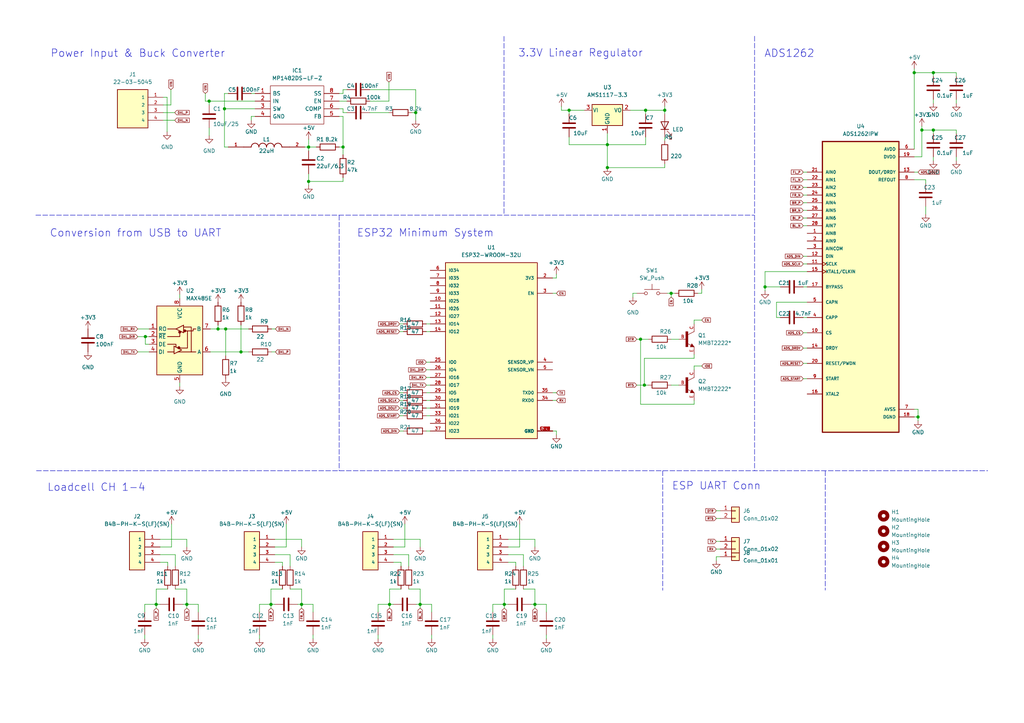
<source format=kicad_sch>
(kicad_sch (version 20211123) (generator eeschema)
  (paper "User" 340.004 240.005)
  (junction (at 201.6506 48.0314))
  (junction (at 48.26 111.76))
  (junction (at 102.4636 48.8188))
  (junction (at 129.3368 200.66))
  (junction (at 51.8668 200.66))
  (junction (at 309.88 43.18))
  (junction (at 72.39 109.22))
  (junction (at 214.3506 36.6014))
  (junction (at 138.0236 37.3888))
  (junction (at 222.8342 97.3836))
  (junction (at 309.88 24.13))
  (junction (at 74.5236 36.1188))
  (junction (at 306.07 43.18))
  (junction (at 254 95.25))
  (junction (at 69.4436 33.5788))
  (junction (at 102.4636 60.2488))
  (junction (at 212.6742 112.6236))
  (junction (at 220.7006 36.6014))
  (junction (at 304.8 138.43))
  (junction (at 177.5968 200.66))
  (junction (at 74.93 109.22))
  (junction (at 303.53 24.13))
  (junction (at 89.9668 200.66))
  (junction (at 188.9506 36.6014))
  (junction (at 167.4368 200.66))
  (junction (at 201.6506 55.6514))
  (junction (at 100.1268 200.66))
  (junction (at 213.9442 127.8636))
  (junction (at 113.8936 48.8188))
  (junction (at 139.4968 200.66))
  (junction (at 62.0268 200.66))
  (junction (at 80.01 116.84))
  (wire (pts (xy 130.6068 179.07) (xy 139.4968 179.07)))
  (wire (pts (xy 132.6642 107.5436) (xy 133.9342 107.5436)))
  (wire (pts (xy 230.4542 132.9436) (xy 230.4542 134.2136)))
  (wire (pts (xy 96.3168 195.58) (xy 100.1268 195.58)))
  (polyline (pts (xy 273.9898 156.337) (xy 273.9898 195.9356)))
  (wire (pts (xy 183.4642 92.3036) (xy 184.7342 92.3036)))
  (wire (pts (xy 138.0236 29.7688) (xy 138.0236 37.3888)))
  (wire (pts (xy 102.4636 48.8188) (xy 105.0036 48.8188)))
  (wire (pts (xy 53.1368 181.61) (xy 56.9468 181.61)))
  (wire (pts (xy 266.7 57.15) (xy 267.97 57.15)))
  (wire (pts (xy 259.08 105.41) (xy 257.81 105.41)))
  (wire (pts (xy 74.5236 31.0388) (xy 75.7936 31.0388)))
  (wire (pts (xy 211.4042 127.8636) (xy 213.9442 127.8636)))
  (wire (pts (xy 48.0568 203.2) (xy 48.0568 200.66)))
  (wire (pts (xy 303.53 59.69) (xy 307.34 59.69)))
  (wire (pts (xy 86.1568 210.82) (xy 86.1568 212.09)))
  (wire (pts (xy 56.9468 173.99) (xy 56.9468 181.61)))
  (wire (pts (xy 188.9506 45.4914) (xy 188.9506 48.0314)))
  (wire (pts (xy 89.9668 195.58) (xy 89.9668 200.66)))
  (wire (pts (xy 72.39 109.22) (xy 74.93 109.22)))
  (wire (pts (xy 303.53 138.43) (xy 304.8 138.43)))
  (wire (pts (xy 112.6236 48.8188) (xy 113.8936 48.8188)))
  (wire (pts (xy 141.5542 132.9436) (xy 142.8242 132.9436)))
  (wire (pts (xy 122.7836 33.5788) (xy 129.1336 33.5788)))
  (wire (pts (xy 74.93 109.22) (xy 74.93 118.11)))
  (wire (pts (xy 141.5542 127.8636) (xy 142.8242 127.8636)))
  (wire (pts (xy 141.5542 138.0236) (xy 142.8242 138.0236)))
  (wire (pts (xy 103.9368 210.82) (xy 103.9368 212.09)))
  (wire (pts (xy 267.97 90.17) (xy 254 90.17)))
  (wire (pts (xy 141.5542 130.4036) (xy 142.8242 130.4036)))
  (wire (pts (xy 220.7006 54.3814) (xy 220.7006 55.6514)))
  (wire (pts (xy 55.6768 186.69) (xy 55.6768 187.96)))
  (wire (pts (xy 257.81 105.41) (xy 257.81 100.33)))
  (wire (pts (xy 136.7536 37.3888) (xy 138.0236 37.3888)))
  (wire (pts (xy 141.5542 143.1036) (xy 142.8242 143.1036)))
  (wire (pts (xy 139.4968 195.58) (xy 139.4968 200.66)))
  (wire (pts (xy 89.9668 200.66) (xy 89.9668 201.93)))
  (wire (pts (xy 230.4542 121.5136) (xy 232.9942 121.5136)))
  (wire (pts (xy 80.01 107.95) (xy 80.01 116.84)))
  (wire (pts (xy 214.3506 45.4914) (xy 214.3506 48.0314)))
  (wire (pts (xy 266.7 115.57) (xy 267.97 115.57)))
  (wire (pts (xy 317.5 52.07) (xy 317.5 53.34)))
  (wire (pts (xy 230.4542 122.7836) (xy 230.4542 121.5136)))
  (wire (pts (xy 83.4136 31.0388) (xy 84.6836 31.0388)))
  (wire (pts (xy 51.8668 200.66) (xy 53.1368 200.66)))
  (wire (pts (xy 102.4636 60.2488) (xy 113.8936 60.2488)))
  (wire (pts (xy 54.2036 39.9288) (xy 58.0136 39.9288)))
  (wire (pts (xy 266.7 105.41) (xy 267.97 105.41)))
  (wire (pts (xy 45.72 116.84) (xy 49.53 116.84)))
  (wire (pts (xy 55.4736 32.3088) (xy 55.4736 43.7388)))
  (wire (pts (xy 237.8202 184.8358) (xy 239.0902 184.8358)))
  (wire (pts (xy 113.8936 37.3888) (xy 115.1636 37.3888)))
  (wire (pts (xy 167.4368 200.66) (xy 168.7068 200.66)))
  (wire (pts (xy 309.88 43.18) (xy 309.88 44.45)))
  (wire (pts (xy 133.1468 195.58) (xy 129.3368 195.58)))
  (wire (pts (xy 129.3368 200.66) (xy 130.6068 200.66)))
  (wire (pts (xy 84.6836 33.5788) (xy 69.4436 33.5788)))
  (wire (pts (xy 89.9668 200.66) (xy 91.2368 200.66)))
  (wire (pts (xy 132.6642 138.0236) (xy 133.9342 138.0236)))
  (wire (pts (xy 221.5642 97.3836) (xy 222.8342 97.3836)))
  (wire (pts (xy 139.4968 179.07) (xy 139.4968 181.61)))
  (wire (pts (xy 62.0268 195.58) (xy 62.0268 200.66)))
  (wire (pts (xy 91.2368 179.07) (xy 100.1268 179.07)))
  (wire (pts (xy 188.9506 36.6014) (xy 188.9506 37.8714)))
  (wire (pts (xy 122.7836 29.7688) (xy 138.0236 29.7688)))
  (wire (pts (xy 168.7068 184.15) (xy 173.7868 184.15)))
  (wire (pts (xy 171.2468 195.58) (xy 167.4368 195.58)))
  (wire (pts (xy 184.7342 92.3036) (xy 184.7342 91.0336)))
  (wire (pts (xy 184.7342 143.1036) (xy 184.7342 144.3736)))
  (wire (pts (xy 222.8342 127.8636) (xy 225.3742 127.8636)))
  (polyline (pts (xy 12.0904 156.2862) (xy 327.9394 156.2862)))
  (wire (pts (xy 194.0306 36.6014) (xy 188.9506 36.6014)))
  (wire (pts (xy 62.0268 179.07) (xy 62.0268 181.61)))
  (wire (pts (xy 306.07 41.91) (xy 306.07 43.18)))
  (wire (pts (xy 58.2168 195.58) (xy 62.0268 195.58)))
  (wire (pts (xy 304.8 135.89) (xy 304.8 138.43)))
  (wire (pts (xy 129.3368 195.58) (xy 129.3368 200.66)))
  (wire (pts (xy 266.7 120.65) (xy 267.97 120.65)))
  (wire (pts (xy 49.53 114.3) (xy 48.26 114.3)))
  (wire (pts (xy 309.88 52.07) (xy 309.88 53.34)))
  (wire (pts (xy 91.2368 181.61) (xy 95.0468 181.61)))
  (wire (pts (xy 91.2368 184.15) (xy 96.3168 184.15)))
  (wire (pts (xy 220.7006 45.4914) (xy 220.7006 46.7614)))
  (wire (pts (xy 222.8342 112.6236) (xy 225.3742 112.6236)))
  (polyline (pts (xy 167.3352 12.065) (xy 167.3352 71.4248)))
  (wire (pts (xy 186.4106 36.6014) (xy 188.9506 36.6014)))
  (wire (pts (xy 309.88 43.18) (xy 317.5 43.18)))
  (wire (pts (xy 222.8342 97.3836) (xy 224.1042 97.3836)))
  (wire (pts (xy 93.7768 186.69) (xy 93.7768 187.96)))
  (wire (pts (xy 129.3368 200.66) (xy 129.3368 201.93)))
  (wire (pts (xy 211.4042 112.6236) (xy 212.6742 112.6236)))
  (wire (pts (xy 266.7 59.69) (xy 267.97 59.69)))
  (wire (pts (xy 214.3506 36.6014) (xy 209.2706 36.6014)))
  (wire (pts (xy 306.07 43.18) (xy 309.88 43.18)))
  (wire (pts (xy 53.1368 179.07) (xy 62.0268 179.07)))
  (wire (pts (xy 100.1268 200.66) (xy 103.9368 200.66)))
  (wire (pts (xy 167.4368 195.58) (xy 167.4368 200.66)))
  (wire (pts (xy 188.9506 48.0314) (xy 201.6506 48.0314)))
  (wire (pts (xy 181.4068 210.82) (xy 181.4068 212.09)))
  (wire (pts (xy 257.81 100.33) (xy 267.97 100.33)))
  (wire (pts (xy 309.88 33.02) (xy 309.88 34.29)))
  (wire (pts (xy 138.0236 37.3888) (xy 138.0236 39.9288)))
  (wire (pts (xy 135.6868 195.58) (xy 139.4968 195.58)))
  (wire (pts (xy 266.7 87.63) (xy 267.97 87.63)))
  (wire (pts (xy 102.4636 57.7088) (xy 102.4636 60.2488)))
  (wire (pts (xy 183.4642 130.4036) (xy 184.7342 130.4036)))
  (wire (pts (xy 62.0268 200.66) (xy 62.0268 201.93)))
  (wire (pts (xy 141.5542 107.5436) (xy 142.8242 107.5436)))
  (wire (pts (xy 168.7068 186.69) (xy 171.2468 186.69)))
  (wire (pts (xy 303.53 24.13) (xy 309.88 24.13)))
  (polyline (pts (xy 11.8872 71.4248) (xy 250.4186 71.4248)))
  (wire (pts (xy 266.7 85.09) (xy 267.97 85.09)))
  (wire (pts (xy 125.5268 200.66) (xy 129.3368 200.66)))
  (polyline (pts (xy 220.0402 156.3116) (xy 220.0402 195.9864)))
  (wire (pts (xy 220.7006 55.6514) (xy 201.6506 55.6514)))
  (wire (pts (xy 112.6236 31.0388) (xy 113.8936 31.0388)))
  (wire (pts (xy 173.7868 195.58) (xy 177.5968 195.58)))
  (wire (pts (xy 309.88 24.13) (xy 309.88 25.4)))
  (wire (pts (xy 303.53 49.53) (xy 303.53 24.13)))
  (wire (pts (xy 266.7 64.77) (xy 267.97 64.77)))
  (wire (pts (xy 48.0568 200.66) (xy 51.8668 200.66)))
  (wire (pts (xy 309.88 24.13) (xy 317.5 24.13)))
  (wire (pts (xy 130.6068 181.61) (xy 134.4168 181.61)))
  (wire (pts (xy 139.4968 200.66) (xy 143.3068 200.66)))
  (wire (pts (xy 113.8936 29.7688) (xy 115.1636 29.7688)))
  (wire (pts (xy 213.9442 118.9736) (xy 213.9442 127.8636)))
  (wire (pts (xy 172.5168 173.99) (xy 172.5168 181.61)))
  (wire (pts (xy 266.7 72.39) (xy 267.97 72.39)))
  (wire (pts (xy 129.1336 27.2288) (xy 129.1336 33.5788)))
  (wire (pts (xy 65.8368 200.66) (xy 65.8368 203.2)))
  (wire (pts (xy 213.9442 127.8636) (xy 215.2142 127.8636)))
  (wire (pts (xy 266.7 62.23) (xy 267.97 62.23)))
  (wire (pts (xy 237.8202 182.2958) (xy 239.0902 182.2958)))
  (wire (pts (xy 74.5236 36.1188) (xy 84.6836 36.1188)))
  (wire (pts (xy 72.39 107.95) (xy 72.39 109.22)))
  (wire (pts (xy 80.01 116.84) (xy 82.55 116.84)))
  (wire (pts (xy 177.5968 200.66) (xy 177.5968 201.93)))
  (wire (pts (xy 101.1936 48.8188) (xy 102.4636 48.8188)))
  (wire (pts (xy 210.1342 98.6536) (xy 210.1342 97.3836)))
  (wire (pts (xy 303.53 22.86) (xy 303.53 24.13)))
  (wire (pts (xy 230.4542 106.2736) (xy 232.9942 106.2736)))
  (wire (pts (xy 259.08 95.25) (xy 254 95.25)))
  (wire (pts (xy 220.7006 35.3314) (xy 220.7006 36.6014)))
  (wire (pts (xy 304.8 138.43) (xy 304.8 139.7)))
  (wire (pts (xy 237.8202 169.5958) (xy 239.0902 169.5958)))
  (wire (pts (xy 48.26 111.76) (xy 49.53 111.76)))
  (wire (pts (xy 113.8936 36.1188) (xy 113.8936 37.3888)))
  (wire (pts (xy 177.5968 195.58) (xy 177.5968 200.66)))
  (wire (pts (xy 139.4968 200.66) (xy 139.4968 201.93)))
  (wire (pts (xy 74.5236 48.8188) (xy 75.7936 48.8188)))
  (wire (pts (xy 183.4642 97.3836) (xy 184.7342 97.3836)))
  (wire (pts (xy 100.1268 179.07) (xy 100.1268 181.61)))
  (wire (pts (xy 232.9942 97.3836) (xy 232.9942 96.1136)))
  (wire (pts (xy 98.8568 200.66) (xy 100.1268 200.66)))
  (wire (pts (xy 65.8368 210.82) (xy 65.8368 212.09)))
  (wire (pts (xy 60.7568 200.66) (xy 62.0268 200.66)))
  (wire (pts (xy 173.7868 184.15) (xy 173.7868 187.96)))
  (wire (pts (xy 183.4642 143.1036) (xy 184.7342 143.1036)))
  (wire (pts (xy 68.1736 33.5788) (xy 69.4436 33.5788)))
  (wire (pts (xy 95.0468 173.99) (xy 95.0468 181.61)))
  (wire (pts (xy 231.7242 97.3836) (xy 232.9942 97.3836)))
  (wire (pts (xy 125.5268 210.82) (xy 125.5268 212.09)))
  (wire (pts (xy 186.4106 35.3314) (xy 186.4106 36.6014)))
  (wire (pts (xy 237.8202 186.1058) (xy 237.8202 184.8358)))
  (wire (pts (xy 143.3068 200.66) (xy 143.3068 203.2)))
  (wire (pts (xy 54.2036 34.8488) (xy 56.7436 34.8488)))
  (wire (pts (xy 266.7 67.31) (xy 267.97 67.31)))
  (wire (pts (xy 102.4636 46.2788) (xy 102.4636 48.8188)))
  (wire (pts (xy 214.3506 48.0314) (xy 201.6506 48.0314)))
  (wire (pts (xy 303.53 52.07) (xy 306.07 52.07)))
  (wire (pts (xy 306.07 52.07) (xy 306.07 43.18)))
  (wire (pts (xy 214.3506 37.8714) (xy 214.3506 36.6014)))
  (wire (pts (xy 112.6236 38.6588) (xy 113.8936 38.6588)))
  (wire (pts (xy 45.72 111.76) (xy 48.26 111.76)))
  (wire (pts (xy 237.8202 172.1358) (xy 239.0902 172.1358)))
  (wire (pts (xy 48.0568 210.82) (xy 48.0568 212.09)))
  (wire (pts (xy 317.5 25.4) (xy 317.5 24.13)))
  (wire (pts (xy 96.3168 184.15) (xy 96.3168 187.96)))
  (wire (pts (xy 53.1368 186.69) (xy 55.6768 186.69)))
  (wire (pts (xy 214.3506 36.6014) (xy 220.7006 36.6014)))
  (wire (pts (xy 230.4542 118.9736) (xy 230.4542 117.7036)))
  (wire (pts (xy 317.5 43.18) (xy 317.5 44.45)))
  (wire (pts (xy 53.1368 184.15) (xy 58.2168 184.15)))
  (wire (pts (xy 138.2268 200.66) (xy 139.4968 200.66)))
  (wire (pts (xy 48.26 114.3) (xy 48.26 111.76)))
  (polyline (pts (xy 250.5202 12.0142) (xy 250.5202 156.2354)))
  (wire (pts (xy 177.5968 200.66) (xy 181.4068 200.66)))
  (wire (pts (xy 141.5542 122.7836) (xy 142.8242 122.7836)))
  (wire (pts (xy 183.4642 132.9436) (xy 184.7342 132.9436)))
  (wire (pts (xy 90.17 116.84) (xy 91.44 116.84)))
  (wire (pts (xy 317.5 33.02) (xy 317.5 34.29)))
  (wire (pts (xy 59.69 127) (xy 59.69 128.27)))
  (wire (pts (xy 83.4136 38.6588) (xy 84.6836 38.6588)))
  (wire (pts (xy 55.6768 195.58) (xy 51.8668 195.58)))
  (wire (pts (xy 54.2036 32.3088) (xy 55.4736 32.3088)))
  (wire (pts (xy 212.6742 134.2136) (xy 212.6742 112.6236)))
  (wire (pts (xy 167.4368 200.66) (xy 167.4368 201.93)))
  (wire (pts (xy 266.7 69.85) (xy 267.97 69.85)))
  (wire (pts (xy 125.5268 203.2) (xy 125.5268 200.66)))
  (wire (pts (xy 303.53 135.89) (xy 304.8 135.89)))
  (wire (pts (xy 132.6642 132.9436) (xy 133.9342 132.9436)))
  (wire (pts (xy 163.6268 200.66) (xy 167.4368 200.66)))
  (wire (pts (xy 74.5236 48.8188) (xy 74.5236 36.1188)))
  (wire (pts (xy 69.4436 42.4688) (xy 69.4436 45.0088)))
  (wire (pts (xy 222.8342 97.3836) (xy 222.8342 98.6536)))
  (wire (pts (xy 69.85 109.22) (xy 72.39 109.22)))
  (wire (pts (xy 141.5542 135.4836) (xy 142.8242 135.4836)))
  (wire (pts (xy 113.8936 48.8188) (xy 113.8936 51.3588)))
  (wire (pts (xy 45.72 109.22) (xy 49.53 109.22)))
  (wire (pts (xy 122.7836 37.3888) (xy 129.1336 37.3888)))
  (wire (pts (xy 132.6642 130.4036) (xy 133.9342 130.4036)))
  (wire (pts (xy 220.7006 36.6014) (xy 220.7006 37.8714)))
  (wire (pts (xy 83.4136 39.9288) (xy 83.4136 38.6588)))
  (wire (pts (xy 210.1342 97.3836) (xy 211.4042 97.3836)))
  (wire (pts (xy 230.4542 107.5436) (xy 230.4542 106.2736)))
  (wire (pts (xy 141.5542 125.3236) (xy 142.8242 125.3236)))
  (wire (pts (xy 171.2468 186.69) (xy 171.2468 187.96)))
  (wire (pts (xy 130.6068 184.15) (xy 135.6868 184.15)))
  (wire (pts (xy 254 95.25) (xy 254 96.52)))
  (wire (pts (xy 307.34 59.69) (xy 307.34 60.96)))
  (wire (pts (xy 201.6506 48.0314) (xy 201.6506 55.6514)))
  (wire (pts (xy 113.8936 38.6588) (xy 113.8936 48.8188)))
  (wire (pts (xy 307.34 68.58) (xy 307.34 71.12)))
  (wire (pts (xy 230.4542 118.9736) (xy 213.9442 118.9736)))
  (wire (pts (xy 141.5542 120.2436) (xy 142.8242 120.2436)))
  (wire (pts (xy 112.6236 33.5788) (xy 115.1636 33.5788)))
  (wire (pts (xy 102.4636 60.2488) (xy 102.4636 61.5188)))
  (wire (pts (xy 102.4636 50.0888) (xy 102.4636 48.8188)))
  (wire (pts (xy 163.6268 203.2) (xy 163.6268 200.66)))
  (wire (pts (xy 266.7 125.73) (xy 267.97 125.73)))
  (wire (pts (xy 58.2168 184.15) (xy 58.2168 187.96)))
  (wire (pts (xy 134.4168 173.99) (xy 134.4168 181.61)))
  (wire (pts (xy 254 90.17) (xy 254 95.25)))
  (wire (pts (xy 132.6642 135.4836) (xy 133.9342 135.4836)))
  (wire (pts (xy 130.6068 186.69) (xy 133.1468 186.69)))
  (wire (pts (xy 69.85 116.84) (xy 80.01 116.84)))
  (wire (pts (xy 266.7 110.49) (xy 267.97 110.49)))
  (wire (pts (xy 212.6742 112.6236) (xy 215.2142 112.6236)))
  (wire (pts (xy 100.1268 195.58) (xy 100.1268 200.66)))
  (wire (pts (xy 74.5236 36.1188) (xy 74.5236 31.0388)))
  (wire (pts (xy 181.4068 200.66) (xy 181.4068 203.2)))
  (wire (pts (xy 176.3268 200.66) (xy 177.5968 200.66)))
  (wire (pts (xy 132.6642 110.0836) (xy 133.9342 110.0836)))
  (wire (pts (xy 86.1568 203.2) (xy 86.1568 200.66)))
  (wire (pts (xy 103.9368 200.66) (xy 103.9368 203.2)))
  (wire (pts (xy 177.5968 179.07) (xy 177.5968 181.61)))
  (wire (pts (xy 143.3068 210.82) (xy 143.3068 212.09)))
  (wire (pts (xy 51.8668 200.66) (xy 51.8668 201.93)))
  (wire (pts (xy 69.4436 33.5788) (xy 69.4436 34.8488)))
  (wire (pts (xy 266.7 74.93) (xy 267.97 74.93)))
  (wire (pts (xy 113.8936 31.0388) (xy 113.8936 29.7688)))
  (wire (pts (xy 59.69 97.79) (xy 59.69 99.06)))
  (wire (pts (xy 90.17 109.22) (xy 91.44 109.22)))
  (wire (pts (xy 86.1568 200.66) (xy 89.9668 200.66)))
  (wire (pts (xy 212.6742 134.2136) (xy 230.4542 134.2136)))
  (wire (pts (xy 266.7 95.25) (xy 267.97 95.25)))
  (wire (pts (xy 93.7768 195.58) (xy 89.9668 195.58)))
  (wire (pts (xy 113.8936 58.9788) (xy 113.8936 60.2488)))
  (polyline (pts (xy 112.5982 71.4502) (xy 112.5982 156.2862)))
  (wire (pts (xy 54.2036 37.3888) (xy 58.0136 37.3888)))
  (wire (pts (xy 237.8202 179.7558) (xy 239.0902 179.7558)))
  (wire (pts (xy 133.1468 186.69) (xy 133.1468 187.96)))
  (wire (pts (xy 74.93 109.22) (xy 82.55 109.22)))
  (wire (pts (xy 51.8668 195.58) (xy 51.8668 200.66)))
  (wire (pts (xy 303.53 57.15) (xy 304.8 57.15)))
  (wire (pts (xy 132.6642 143.1036) (xy 133.9342 143.1036)))
  (wire (pts (xy 62.0268 200.66) (xy 65.8368 200.66)))
  (wire (pts (xy 141.5542 110.0836) (xy 142.8242 110.0836)))
  (wire (pts (xy 168.7068 181.61) (xy 172.5168 181.61)))
  (wire (pts (xy 68.1736 31.0388) (xy 68.1736 33.5788)))
  (wire (pts (xy 201.6506 44.2214) (xy 201.6506 48.0314)))
  (wire (pts (xy 91.2368 186.69) (xy 93.7768 186.69)))
  (wire (pts (xy 135.6868 184.15) (xy 135.6868 187.96)))
  (wire (pts (xy 56.7436 34.8488) (xy 56.7436 29.7688)))
  (wire (pts (xy 163.6268 210.82) (xy 163.6268 212.09)))
  (wire (pts (xy 112.6236 36.1188) (xy 113.8936 36.1188)))
  (wire (pts (xy 100.1268 200.66) (xy 100.1268 201.93)))
  (wire (pts (xy 168.7068 179.07) (xy 177.5968 179.07)))
  (text "3.3V Linear Regulator" (at 172.0088 19.177 0) (effects (font (size 2.5 2.5)) (justify left bottom)))
  (text "Loadcell CH 1-4" (at 15.6718 163.3982 0) (effects (font (size 2.5 2.5)) (justify left bottom)))
  (text "Power Input & Buck Converter" (at 16.7386 19.304 0) (effects (font (size 2.5 2.5)) (justify left bottom)))
  (text "ESP32 Minimum System" (at 118.4656 78.9432 0) (effects (font (size 2.5 2.5)) (justify left bottom)))
  (text "Conversion from USB to UART" (at 16.4846 78.9686 0) (effects (font (size 2.5 2.5)) (justify left bottom)))
  (text "ADS1262" (at 253.7206 19.3294 0) (effects (font (size 2.5 2.5)) (justify left bottom)))
  (text "ESP UART Conn" (at 223.0628 162.9156 0) (effects (font (size 2.5 2.5)) (justify left bottom)))
  (global_label "FR_P" (shape input) (at 266.7 62.23 180) (effects (font (size 0.75 0.75))) (property "Intersheet References" "${INTERSHEET_REFS}" (effects hide)))
  (global_label "VIN" (shape input) (at 129.1336 27.2288 90) (effects (font (size 0.75 0.75))) (property "Intersheet References" "${INTERSHEET_REFS}" (effects hide)))
  (global_label "RTS" (shape input) (at 237.8202 172.1358 180) (effects (font (size 0.75 0.75))) (property "Intersheet References" "${INTERSHEET_REFS}" (effects hide)))
  (global_label "BL_P" (shape input) (at 266.7 72.39 180) (effects (font (size 0.75 0.75))) (property "Intersheet References" "${INTERSHEET_REFS}" (effects hide)))
  (global_label "ADS_CS" (shape input) (at 266.7 110.49 180) (effects (font (size 0.75 0.75))) (property "Intersheet References" "${INTERSHEET_REFS}" (effects hide)))
  (global_label "DXL_TX" (shape input) (at 141.5542 127.8636 180) (effects (font (size 0.75 0.75))) (property "Intersheet References" "${INTERSHEET_REFS}" (effects hide)))
  (global_label "ADS_START" (shape input) (at 266.7 125.73 180) (effects (font (size 0.75 0.75))) (property "Intersheet References" "${INTERSHEET_REFS}" (effects hide)))
  (global_label "ADS_CS" (shape input) (at 132.6642 130.4036 180) (effects (font (size 0.75 0.75))) (property "Intersheet References" "${INTERSHEET_REFS}" (effects hide)))
  (global_label "FL_P" (shape input) (at 266.7 57.15 180) (effects (font (size 0.75 0.75))) (property "Intersheet References" "${INTERSHEET_REFS}" (effects hide)))
  (global_label "DXL_RX" (shape input) (at 141.5542 125.3236 180) (effects (font (size 0.75 0.75))) (property "Intersheet References" "${INTERSHEET_REFS}" (effects hide)))
  (global_label "FL_N" (shape input) (at 266.7 59.69 180) (effects (font (size 0.75 0.75))) (property "Intersheet References" "${INTERSHEET_REFS}" (effects hide)))
  (global_label "BL_N" (shape input) (at 139.4968 201.93 270) (effects (font (size 0.75 0.75))) (property "Intersheet References" "${INTERSHEET_REFS}" (effects hide)))
  (global_label "VIN" (shape input) (at 56.7436 29.7688 90) (effects (font (size 0.75 0.75))) (property "Intersheet References" "${INTERSHEET_REFS}" (effects hide)))
  (global_label "DXL_DIR" (shape input) (at 141.5542 122.7836 180) (effects (font (size 0.75 0.75))) (property "Intersheet References" "${INTERSHEET_REFS}" (effects hide)))
  (global_label "TX" (shape input) (at 184.7342 130.4036 0) (effects (font (size 0.75 0.75))) (property "Intersheet References" "${INTERSHEET_REFS}" (effects hide)))
  (global_label "BR_P" (shape input) (at 167.4368 201.93 270) (effects (font (size 0.75 0.75))) (property "Intersheet References" "${INTERSHEET_REFS}" (effects hide)))
  (global_label "ADS_SCLK" (shape input) (at 132.6642 132.9436 180) (effects (font (size 0.75 0.75))) (property "Intersheet References" "${INTERSHEET_REFS}" (effects hide)))
  (global_label "ADS_SCLK" (shape input) (at 266.7 87.63 180) (effects (font (size 0.75 0.75))) (property "Intersheet References" "${INTERSHEET_REFS}" (effects hide)))
  (global_label "DXL_N" (shape input) (at 91.44 109.22 0) (effects (font (size 0.75 0.75))) (property "Intersheet References" "${INTERSHEET_REFS}" (effects hide)))
  (global_label "DXL_P" (shape input) (at 91.44 116.84 0) (effects (font (size 0.75 0.75))) (property "Intersheet References" "${INTERSHEET_REFS}" (effects hide)))
  (global_label "EN" (shape input) (at 184.7342 97.3836 0) (effects (font (size 0.75 0.75))) (property "Intersheet References" "${INTERSHEET_REFS}" (effects hide)))
  (global_label "DTR" (shape input) (at 237.8202 169.5958 180) (effects (font (size 0.75 0.75))) (property "Intersheet References" "${INTERSHEET_REFS}" (effects hide)))
  (global_label "BL_N" (shape input) (at 266.7 74.93 180) (effects (font (size 0.75 0.75))) (property "Intersheet References" "${INTERSHEET_REFS}" (effects hide)))
  (global_label "DXL_TX" (shape input) (at 45.72 116.84 180) (effects (font (size 0.75 0.75))) (property "Intersheet References" "${INTERSHEET_REFS}" (effects hide)))
  (global_label "DXL_P" (shape input) (at 58.0136 37.3888 0) (effects (font (size 0.75 0.75))) (property "Intersheet References" "${INTERSHEET_REFS}" (effects hide)))
  (global_label "ADS_DRDY" (shape input) (at 132.6642 107.5436 180) (effects (font (size 0.75 0.75))) (property "Intersheet References" "${INTERSHEET_REFS}" (effects hide)))
  (global_label "FR_N" (shape input) (at 100.1268 201.93 270) (effects (font (size 0.75 0.75))) (property "Intersheet References" "${INTERSHEET_REFS}" (effects hide)))
  (global_label "BR_N" (shape input) (at 177.5968 201.93 270) (effects (font (size 0.75 0.75))) (property "Intersheet References" "${INTERSHEET_REFS}" (effects hide)))
  (global_label "DXL_RX" (shape input) (at 45.72 109.22 180) (effects (font (size 0.75 0.75))) (property "Intersheet References" "${INTERSHEET_REFS}" (effects hide)))
  (global_label "DXL_N" (shape input) (at 58.0136 39.9288 0) (effects (font (size 0.75 0.75))) (property "Intersheet References" "${INTERSHEET_REFS}" (effects hide)))
  (global_label "RX" (shape input) (at 237.8202 182.2958 180) (effects (font (size 0.75 0.75))) (property "Intersheet References" "${INTERSHEET_REFS}" (effects hide)))
  (global_label "ADS_START" (shape input) (at 132.6642 138.0236 180) (effects (font (size 0.75 0.75))) (property "Intersheet References" "${INTERSHEET_REFS}" (effects hide)))
  (global_label "ADS_RESET" (shape input) (at 132.6642 110.0836 180) (effects (font (size 0.75 0.75))) (property "Intersheet References" "${INTERSHEET_REFS}" (effects hide)))
  (global_label "ADS_DIN" (shape input) (at 266.7 85.09 180) (effects (font (size 0.75 0.75))) (property "Intersheet References" "${INTERSHEET_REFS}" (effects hide)))
  (global_label "IO0" (shape input) (at 141.5542 120.2436 180) (effects (font (size 0.75 0.75))) (property "Intersheet References" "${INTERSHEET_REFS}" (effects hide)))
  (global_label "BR_N" (shape input) (at 266.7 69.85 180) (effects (font (size 0.75 0.75))) (property "Intersheet References" "${INTERSHEET_REFS}" (effects hide)))
  (global_label "FR_N" (shape input) (at 266.7 64.77 180) (effects (font (size 0.75 0.75))) (property "Intersheet References" "${INTERSHEET_REFS}" (effects hide)))
  (global_label "IO0" (shape input) (at 232.9942 121.5136 0) (effects (font (size 0.75 0.75))) (property "Intersheet References" "${INTERSHEET_REFS}" (effects hide)))
  (global_label "VIN" (shape input) (at 68.1736 31.0388 90) (effects (font (size 0.75 0.75))) (property "Intersheet References" "${INTERSHEET_REFS}" (effects hide)))
  (global_label "ADS_DRDY" (shape input) (at 266.7 115.57 180) (effects (font (size 0.75 0.75))) (property "Intersheet References" "${INTERSHEET_REFS}" (effects hide)))
  (global_label "EN" (shape input) (at 222.8342 98.6536 270) (effects (font (size 0.75 0.75))) (property "Intersheet References" "${INTERSHEET_REFS}" (effects hide)))
  (global_label "ADS_RESET" (shape input) (at 266.7 120.65 180) (effects (font (size 0.75 0.75))) (property "Intersheet References" "${INTERSHEET_REFS}" (effects hide)))
  (global_label "ADS_DOUT" (shape input) (at 304.8 57.15 0) (effects (font (size 0.75 0.75))) (property "Intersheet References" "${INTERSHEET_REFS}" (effects hide)))
  (global_label "FL_P" (shape input) (at 51.8668 201.93 270) (effects (font (size 0.75 0.75))) (property "Intersheet References" "${INTERSHEET_REFS}" (effects hide)))
  (global_label "BL_P" (shape input) (at 129.3368 201.93 270) (effects (font (size 0.75 0.75))) (property "Intersheet References" "${INTERSHEET_REFS}" (effects hide)))
  (global_label "FL_N" (shape input) (at 62.0268 201.93 270) (effects (font (size 0.75 0.75))) (property "Intersheet References" "${INTERSHEET_REFS}" (effects hide)))
  (global_label "EN" (shape input) (at 232.9942 106.2736 0) (effects (font (size 0.75 0.75))) (property "Intersheet References" "${INTERSHEET_REFS}" (effects hide)))
  (global_label "RTS" (shape input) (at 211.4042 127.8636 180) (effects (font (size 0.75 0.75))) (property "Intersheet References" "${INTERSHEET_REFS}" (effects hide)))
  (global_label "TX" (shape input) (at 237.8202 179.7558 180) (effects (font (size 0.75 0.75))) (property "Intersheet References" "${INTERSHEET_REFS}" (effects hide)))
  (global_label "FR_P" (shape input) (at 89.9668 201.93 270) (effects (font (size 0.75 0.75))) (property "Intersheet References" "${INTERSHEET_REFS}" (effects hide)))
  (global_label "ADS_DOUT" (shape input) (at 132.6642 135.4836 180) (effects (font (size 0.75 0.75))) (property "Intersheet References" "${INTERSHEET_REFS}" (effects hide)))
  (global_label "ADS_DIN" (shape input) (at 132.6642 143.1036 180) (effects (font (size 0.75 0.75))) (property "Intersheet References" "${INTERSHEET_REFS}" (effects hide)))
  (global_label "DXL_DIR" (shape input) (at 45.72 111.76 180) (effects (font (size 0.75 0.75))) (property "Intersheet References" "${INTERSHEET_REFS}" (effects hide)))
  (global_label "RX" (shape input) (at 184.7342 132.9436 0) (effects (font (size 0.75 0.75))) (property "Intersheet References" "${INTERSHEET_REFS}" (effects hide)))
  (global_label "BR_P" (shape input) (at 266.7 67.31 180) (effects (font (size 0.75 0.75))) (property "Intersheet References" "${INTERSHEET_REFS}" (effects hide)))
  (global_label "DTR" (shape input) (at 211.4042 112.6236 180) (effects (font (size 0.75 0.75))) (property "Intersheet References" "${INTERSHEET_REFS}" (effects hide)))
  (symbol (lib_id "power:+5V") (at 134.4168 173.99 0) (unit 1)
    (property "Reference" "#PWR0119" (effects hide))
    (property "Value" "+5V" (at 134.4168 170.18 0))
  )
  (symbol (lib_id "Device:R") (at 219.0242 127.8636 90) (unit 1)
    (property "Reference" "R27" (at 219.0242 125.3236 90) (effects (justify right)))
    (property "Value" "10k" (at 217.7542 130.4036 90) (effects (justify right)))
    (property "Footprint" "Resistor_SMD:R_0805_2012Metric" (effects hide))
  )
  (symbol (lib_id "power:+5V") (at 95.0468 173.99 0) (unit 1)
    (property "Reference" "#PWR0124" (effects hide))
    (property "Value" "+5V" (at 95.0468 170.18 0))
  )
  (symbol (lib_id "power:+5V") (at 102.4636 46.2788 0) (unit 1)
    (property "Reference" "#PWR0109" (effects hide))
    (property "Value" "+5V" (at 102.4636 42.4688 0))
  )
  (symbol (lib_id "Connector_Generic:Conn_01x02") (at 244.1702 179.7558 0) (unit 1)
    (property "Reference" "J7" (at 246.7102 179.7557 0) (effects (justify left)))
    (property "Value" "Conn_01x02" (at 246.7102 182.2957 0) (effects (justify left)))
    (property "Footprint" "Connector_PinHeader_2.54mm asli:PinHeader_1x02_P2.54mm_Vertical" (effects hide))
  )
  (symbol (lib_name "GND_1") (lib_id "power:GND") (at 55.4736 43.7388 0) (unit 1)
    (property "Reference" "#PWR0101" (effects hide))
    (property "Value" "GND" (at 55.4736 48.8188 0))
  )
  (symbol (lib_id "Device:C") (at 69.4436 38.6588 0) (unit 1)
    (property "Reference" "C1" (at 70.7136 36.1188 0) (effects (justify left)))
    (property "Value" "10uF/25" (at 70.7136 41.1988 0) (effects (justify left)))
    (property "Footprint" "Capacitor_SMD:C_0805_2012Metric" (effects hide))
  )
  (symbol (lib_name "MountingHole_1") (lib_id "Mechanical:MountingHole") (at 293.37 171.2722 0) (unit 1)
    (property "Reference" "H1" (at 295.91 170.0021 0) (effects (justify left)))
    (property "Value" "MountingHole" (at 295.91 172.5421 0) (effects (justify left)))
    (property "Footprint" "MountingHole:MountingHole_3mm" (effects hide))
  )
  (symbol (lib_id "Device:C") (at 309.88 29.21 180) (unit 1)
    (property "Reference" "C24" (at 311.15 26.67 0))
    (property "Value" "0.1uF" (at 313.69 31.75 0))
    (property "Footprint" "Capacitor_SMD:C_0805_2012Metric" (effects hide))
  )
  (symbol (lib_id "power:+3V3") (at 29.21 109.22 0) (unit 1)
    (property "Reference" "#PWR0110" (effects hide))
    (property "Value" "+3V3" (at 29.21 105.41 0))
  )
  (symbol (lib_id "Device:C") (at 102.4636 53.8988 180) (unit 1)
    (property "Reference" "C2" (at 105.0036 52.6288 0) (effects (justify right)))
    (property "Value" "22uF/6.3" (at 105.0036 55.1688 0) (effects (justify right)))
    (property "Footprint" "Capacitor_SMD:C_0805_2012Metric" (effects hide))
  )
  (symbol (lib_name "GND_2") (lib_id "power:GND") (at 210.1342 98.6536 0) (unit 1)
    (property "Reference" "#PWR0143" (effects hide))
    (property "Value" "GND" (at 210.1342 103.7336 0))
  )
  (symbol (lib_id "Device:R") (at 137.7442 138.0236 90) (unit 1)
    (property "Reference" "R20" (at 132.6642 136.7536 90) (effects (justify right)))
    (property "Value" "47" (at 136.4742 138.0236 90) (effects (justify right)))
    (property "Footprint" "Resistor_SMD:R_0805_2012Metric" (effects hide))
  )
  (symbol (lib_id "Device:C") (at 29.21 113.03 180) (unit 1)
    (property "Reference" "C8" (at 31.75 111.76 0) (effects (justify right)))
    (property "Value" "100nF" (at 31.75 114.3 0) (effects (justify right)))
    (property "Footprint" "Capacitor_SMD:C_0805_2012Metric" (effects hide))
  )
  (symbol (lib_id "Device:R") (at 86.36 116.84 90) (unit 1)
    (property "Reference" "R10" (at 86.36 114.3 90) (effects (justify right)))
    (property "Value" "22" (at 85.09 119.38 90) (effects (justify right)))
    (property "Footprint" "Resistor_SMD:R_0805_2012Metric" (effects hide))
  )
  (symbol (lib_id "power:+5V") (at 186.4106 35.3314 0) (unit 1)
    (property "Reference" "#PWR0107" (effects hide))
    (property "Value" "+5V" (at 186.4106 31.5214 0))
  )
  (symbol (lib_name "GND_2") (lib_id "power:GND") (at 103.9368 212.09 0) (unit 1)
    (property "Reference" "#PWR0117" (effects hide))
    (property "Value" "GND" (at 103.9368 215.9 0))
  )
  (symbol (lib_id "B4B-PH-K-S_LF__SN_:B4B-PH-K-S(LF)(SN)") (at 122.9868 181.61 0) (mirror y) (unit 1)
    (property "Reference" "J4" (at 122.9868 171.45 0))
    (property "Value" "B4B-PH-K-S(LF)(SN)" (at 122.9868 173.99 0))
    (property "Footprint" "B4B-PH-K-S_LF__SN_:JST_B4B-PH-K-S(LF)(SN)" (effects hide))
    (property "MANUFACTURER" "JST" (effects hide))
    (property "STANDARD" "Manufacturer Recommendations" (effects hide))
  )
  (symbol (lib_id "Connector_Generic:Conn_01x02") (at 244.1702 169.5958 0) (unit 1)
    (property "Reference" "J6" (at 246.7102 169.5957 0) (effects (justify left)))
    (property "Value" "Conn_01x02" (at 246.7102 172.1357 0) (effects (justify left)))
    (property "Footprint" "Connector_PinHeader_2.54mm asli:PinHeader_1x02_P2.54mm_Vertical" (effects hide))
  )
  (symbol (lib_name "GND_1") (lib_id "power:GND") (at 69.4436 45.0088 0) (unit 1)
    (property "Reference" "#PWR0103" (effects hide))
    (property "Value" "GND" (at 69.4436 50.0888 0))
  )
  (symbol (lib_id "Device:R") (at 113.8936 55.1688 180) (unit 1)
    (property "Reference" "R2" (at 115.1636 53.8988 0) (effects (justify right)))
    (property "Value" "47k" (at 115.1636 56.4388 0) (effects (justify right)))
    (property "Footprint" "Resistor_SMD:R_0805_2012Metric" (effects hide))
  )
  (symbol (lib_id "Device:R") (at 58.2168 191.77 180) (unit 1)
    (property "Reference" "R12" (at 59.4868 190.5 0) (effects (justify right)))
    (property "Value" "1k" (at 59.4868 193.04 0) (effects (justify right)))
    (property "Footprint" "Resistor_SMD:R_0805_2012Metric" (effects hide))
  )
  (symbol (lib_id "Device:LED") (at 220.7006 41.6814 90) (unit 1)
    (property "Reference" "D1" (effects hide))
    (property "Value" "LED" (at 223.2406 42.9514 90) (effects (justify right)))
    (property "Footprint" "LED_SMD:LED_0805_2012Metric" (effects hide))
  )
  (symbol (lib_id "Device:C") (at 134.4168 200.66 90) (unit 1)
    (property "Reference" "C16" (at 133.1468 204.47 90) (effects (justify right)))
    (property "Value" "1nF" (at 133.1468 207.01 90) (effects (justify right)))
    (property "Footprint" "Capacitor_SMD:C_0805_2012Metric" (effects hide))
  )
  (symbol (lib_name "GND_2") (lib_id "power:GND") (at 74.93 125.73 0) (unit 1)
    (property "Reference" "#PWR0112" (effects hide))
    (property "Value" "GND" (at 74.93 130.81 0))
  )
  (symbol (lib_id "Regulator_Linear:AMS1117-3.3") (at 201.6506 36.6014 0) (unit 1)
    (property "Reference" "U3" (at 201.6506 28.9814 0))
    (property "Value" "AMS1117-3.3" (at 201.6506 31.5214 0))
    (property "Footprint" "AMS1117:SOT229P700X180-4N" (effects hide))
    (property "Datasheet" "http://www.advanced-monolithic.com/pdf/ds1117.pdf" (effects hide))
  )
  (symbol (lib_name "GND_2") (lib_id "power:GND") (at 163.6268 212.09 0) (unit 1)
    (property "Reference" "#PWR0127" (effects hide))
    (property "Value" "GND" (at 163.6268 215.9 0))
  )
  (symbol (lib_id "Device:C") (at 317.5 48.26 180) (unit 1)
    (property "Reference" "C27" (at 318.77 45.72 0))
    (property "Value" "1uF" (at 321.31 50.8 0))
    (property "Footprint" "Capacitor_SMD:C_0805_2012Metric" (effects hide))
  )
  (symbol (lib_id "B4B-PH-K-S_LF__SN_:B4B-PH-K-S(LF)(SN)") (at 83.6168 181.61 0) (mirror y) (unit 1)
    (property "Reference" "J3" (at 83.6168 171.45 0))
    (property "Value" "B4B-PH-K-S(LF)(SN)" (at 83.6168 173.99 0))
    (property "Footprint" "B4B-PH-K-S_LF__SN_:JST_B4B-PH-K-S(LF)(SN)" (effects hide))
    (property "MANUFACTURER" "JST" (effects hide))
    (property "STANDARD" "Manufacturer Recommendations" (effects hide))
  )
  (symbol (lib_id "Device:R") (at 137.7442 132.9436 90) (unit 1)
    (property "Reference" "R18" (at 132.6642 131.6736 90) (effects (justify right)))
    (property "Value" "47" (at 136.4742 132.9436 90) (effects (justify right)))
    (property "Footprint" "Resistor_SMD:R_0805_2012Metric" (effects hide))
  )
  (symbol (lib_id "power:+3V3") (at 232.9942 96.1136 0) (unit 1)
    (property "Reference" "#PWR0144" (effects hide))
    (property "Value" "+3V3" (at 232.9942 92.3036 0))
  )
  (symbol (lib_id "Device:C") (at 307.34 64.77 180) (unit 1)
    (property "Reference" "C23" (at 308.61 62.23 0))
    (property "Value" "1uF" (at 311.15 67.31 0))
    (property "Footprint" "Capacitor_SMD:C_0805_2012Metric" (effects hide))
  )
  (symbol (lib_id "power:+3V3") (at 80.01 100.33 0) (unit 1)
    (property "Reference" "#PWR0115" (effects hide))
    (property "Value" "+3V3" (at 80.01 96.52 0))
  )
  (symbol (lib_id "22-03-5045:22-03-5045") (at 44.0436 34.8488 0) (unit 1)
    (property "Reference" "J1" (at 44.0436 24.6888 0))
    (property "Value" "22-03-5045" (at 44.0436 27.2288 0))
    (property "Footprint" "MOLEX_22-03-5045" (effects hide))
    (property "STANDARD" "MANUFACTURER RECOMMENDATIONS" (effects hide))
    (property "MANUFACTURER" "MOLEX" (effects hide))
    (property "PARTREV" "B" (effects hide))
  )
  (symbol (lib_id "power:GND") (at 201.6506 55.6514 0) (unit 1)
    (property "Reference" "#PWR0104" (effects hide))
    (property "Value" "GND" (at 201.6506 59.4614 0))
  )
  (symbol (lib_id "power:GND") (at 83.4136 39.9288 0) (unit 1)
    (property "Reference" "#PWR0102" (effects hide))
    (property "Value" "GND" (at 83.4136 43.7388 0))
  )
  (symbol (lib_id "Device:C") (at 317.5 29.21 180) (unit 1)
    (property "Reference" "C26" (at 318.77 26.67 0))
    (property "Value" "1uF" (at 321.31 31.75 0))
    (property "Footprint" "Capacitor_SMD:C_0805_2012Metric" (effects hide))
  )
  (symbol (lib_id "Device:C") (at 125.5268 207.01 180) (unit 1)
    (property "Reference" "C15" (at 122.9868 204.47 0) (effects (justify right)))
    (property "Value" "1nF" (at 121.7168 209.55 0) (effects (justify right)))
    (property "Footprint" "Capacitor_SMD:C_0805_2012Metric" (effects hide))
  )
  (symbol (lib_id "power:+3V3") (at 220.7006 35.3314 0) (unit 1)
    (property "Reference" "#PWR0108" (effects hide))
    (property "Value" "+3V3" (at 220.7006 31.5214 0))
  )
  (symbol (lib_id "power:+3V3") (at 184.7342 91.0336 0) (unit 1)
    (property "Reference" "#PWR0142" (effects hide))
    (property "Value" "+3V3" (at 184.7342 87.2236 0))
  )
  (symbol (lib_id "Device:C") (at 118.9736 37.3888 270) (unit 1)
    (property "Reference" "C3" (at 116.4336 36.1188 90))
    (property "Value" "4.7nF" (at 122.7836 36.1188 90))
    (property "Footprint" "Capacitor_SMD:C_0805_2012Metric" (effects hide))
  )
  (symbol (lib_id "Device:R") (at 173.7868 191.77 180) (unit 1)
    (property "Reference" "R25" (at 175.0568 190.5 0) (effects (justify right)))
    (property "Value" "1k" (at 175.0568 193.04 0) (effects (justify right)))
    (property "Footprint" "Resistor_SMD:R_0805_2012Metric" (effects hide))
  )
  (symbol (lib_id "power:GND") (at 309.88 34.29 0) (unit 1)
    (property "Reference" "#PWR0138" (effects hide))
    (property "Value" "GND" (at 309.88 38.1 0))
  )
  (symbol (lib_id "Device:R") (at 227.9142 97.3836 90) (unit 1)
    (property "Reference" "R28" (at 227.9142 94.8436 90) (effects (justify right)))
    (property "Value" "10k" (at 226.6442 99.9236 90) (effects (justify right)))
    (property "Footprint" "Resistor_SMD:R_0805_2012Metric" (effects hide))
  )
  (symbol (lib_id "Device:C") (at 103.9368 207.01 180) (unit 1)
    (property "Reference" "C14" (at 106.4768 205.74 0) (effects (justify right)))
    (property "Value" "1nF" (at 106.4768 208.28 0) (effects (justify right)))
    (property "Footprint" "Capacitor_SMD:C_0805_2012Metric" (effects hide))
  )
  (symbol (lib_id "Device:C") (at 86.1568 207.01 180) (unit 1)
    (property "Reference" "C12" (at 83.6168 204.47 0) (effects (justify right)))
    (property "Value" "1nF" (at 82.3468 209.55 0) (effects (justify right)))
    (property "Footprint" "Capacitor_SMD:C_0805_2012Metric" (effects hide))
  )
  (symbol (lib_id "Device:R") (at 137.7442 110.0836 90) (unit 1)
    (property "Reference" "R15" (at 132.6642 108.8136 90) (effects (justify right)))
    (property "Value" "47" (at 136.4742 110.0836 90) (effects (justify right)))
    (property "Footprint" "Resistor_SMD:R_0805_2012Metric" (effects hide))
  )
  (symbol (lib_name "GND_4") (lib_id "power:GND") (at 304.8 139.7 0) (unit 1)
    (property "Reference" "#PWR0134" (effects hide))
    (property "Value" "GND" (at 304.8 143.51 0))
  )
  (symbol (lib_id "Device:R") (at 108.8136 48.8188 270) (unit 1)
    (property "Reference" "R1" (at 106.2736 46.2788 90))
    (property "Value" "8.2k" (at 110.0836 46.2788 90))
    (property "Footprint" "Resistor_SMD:R_0805_2012Metric" (effects hide))
  )
  (symbol (lib_name "GND_3") (lib_id "power:GND") (at 184.7342 144.3736 0) (unit 1)
    (property "Reference" "#PWR0131" (effects hide))
    (property "Value" "GND" (at 184.7342 148.1836 0))
  )
  (symbol (lib_id "Device:C") (at 95.0468 200.66 90) (unit 1)
    (property "Reference" "C13" (at 93.7768 204.47 90) (effects (justify right)))
    (property "Value" "1nF" (at 93.7768 207.01 90) (effects (justify right)))
    (property "Footprint" "Capacitor_SMD:C_0805_2012Metric" (effects hide))
  )
  (symbol (lib_id "B4B-PH-K-S_LF__SN_:B4B-PH-K-S(LF)(SN)") (at 161.0868 181.61 0) (mirror y) (unit 1)
    (property "Reference" "J5" (at 161.0868 171.45 0))
    (property "Value" "B4B-PH-K-S(LF)(SN)" (at 161.0868 173.99 0))
    (property "Footprint" "B4B-PH-K-S_LF__SN_:JST_B4B-PH-K-S(LF)(SN)" (effects hide))
    (property "MANUFACTURER" "JST" (effects hide))
    (property "STANDARD" "Manufacturer Recommendations" (effects hide))
  )
  (symbol (lib_name "GND_2") (lib_id "power:GND") (at 177.5968 181.61 0) (unit 1)
    (property "Reference" "#PWR0128" (effects hide))
    (property "Value" "GND" (at 177.5968 185.42 0))
  )
  (symbol (lib_id "Device:C") (at 181.4068 207.01 180) (unit 1)
    (property "Reference" "C20" (at 183.9468 205.74 0) (effects (justify right)))
    (property "Value" "1nF" (at 183.9468 208.28 0) (effects (justify right)))
    (property "Footprint" "Capacitor_SMD:C_0805_2012Metric" (effects hide))
  )
  (symbol (lib_id "Device:C") (at 188.9506 41.6814 180) (unit 1)
    (property "Reference" "C6" (at 190.2206 39.1414 0))
    (property "Value" "10uF" (at 192.7606 44.2214 0))
    (property "Footprint" "Capacitor_SMD:C_0805_2012Metric" (effects hide))
  )
  (symbol (lib_id "power:+3V3") (at 59.69 97.79 0) (unit 1)
    (property "Reference" "#PWR0116" (effects hide))
    (property "Value" "+3V3" (at 59.69 93.98 0))
  )
  (symbol (lib_id "Device:R") (at 132.9436 37.3888 270) (unit 1)
    (property "Reference" "R3" (at 129.1336 36.1188 90))
    (property "Value" "8.2k" (at 138.0236 36.1188 90))
    (property "Footprint" "Resistor_SMD:R_0805_2012Metric" (effects hide))
  )
  (symbol (lib_id "power:GND") (at 307.34 71.12 0) (unit 1)
    (property "Reference" "#PWR0139" (effects hide))
    (property "Value" "GND" (at 307.34 74.93 0))
  )
  (symbol (lib_id "Device:R") (at 74.93 121.92 180) (unit 1)
    (property "Reference" "R7" (at 76.2 120.65 0) (effects (justify right)))
    (property "Value" "1k" (at 76.2 123.19 0) (effects (justify right)))
    (property "Footprint" "Resistor_SMD:R_0805_2012Metric" (effects hide))
  )
  (symbol (lib_id "Device:R") (at 171.2468 191.77 180) (unit 1)
    (property "Reference" "R24" (at 167.4368 190.5 0) (effects (justify right)))
    (property "Value" "1k" (at 167.4368 193.04 0) (effects (justify right)))
    (property "Footprint" "Resistor_SMD:R_0805_2012Metric" (effects hide))
  )
  (symbol (lib_id "Connector_Generic:Conn_01x01") (at 244.1702 184.8358 0) (unit 1)
    (property "Reference" "J8" (at 246.7102 183.5657 0) (effects (justify left)))
    (property "Value" "Conn_01x01" (at 246.7102 186.1057 0) (effects (justify left)))
    (property "Footprint" "Connector_PinHeader_2.54mm asli:PinHeader_1x01_P2.54mm_Vertical" (effects hide))
  )
  (symbol (lib_name "GND_2") (lib_id "power:GND") (at 100.1268 181.61 0) (unit 1)
    (property "Reference" "#PWR0118" (effects hide))
    (property "Value" "GND" (at 100.1268 185.42 0))
  )
  (symbol (lib_id "VLS6045EX-3R3N:VLS6045EX-3R3N") (at 88.4936 48.8188 0) (unit 1)
    (property "Reference" "L1" (at 88.4936 46.2788 0))
    (property "Value" "22uH" (at 88.4936 50.0888 0))
    (property "Footprint" "VLS6045EX-3R3N:IND_VLS6045EX-3R3N" (effects hide))
    (property "STANDARD" "Manufacturer Recommendations" (effects hide))
    (property "PARTREV" "N/A" (effects hide))
    (property "MANUFACTURER" "TDK" (effects hide))
    (property "MAXIMUM_PACKAGE_HEIGHT" "4.5 mm" (effects hide))
  )
  (symbol (lib_id "Device:R") (at 137.7442 143.1036 90) (unit 1)
    (property "Reference" "R21" (at 132.6642 141.8336 90) (effects (justify right)))
    (property "Value" "47" (at 136.4742 143.1036 90) (effects (justify right)))
    (property "Footprint" "Resistor_SMD:R_0805_2012Metric" (effects hide))
  )
  (symbol (lib_id "MMBT2222_:MMBT2222*") (at 227.9142 127.8636 0) (unit 1)
    (property "Reference" "Q2" (at 231.7242 126.5935 0) (effects (justify left)))
    (property "Value" "MMBT2222*" (at 231.7242 129.1335 0) (effects (justify left)))
    (property "Footprint" "MMBT2222_:SOT23-BEC" (effects hide))
  )
  (symbol (lib_id "MMBT2222_:MMBT2222*") (at 227.9142 112.6236 0) (unit 1)
    (property "Reference" "Q1" (at 231.7242 111.3535 0) (effects (justify left)))
    (property "Value" "MMBT2222*" (at 231.7242 113.8935 0) (effects (justify left)))
    (property "Footprint" "MMBT2222_:SOT23-BEC" (effects hide))
  )
  (symbol (lib_name "GND_2") (lib_id "power:GND") (at 62.0268 181.61 0) (unit 1)
    (property "Reference" "#PWR0122" (effects hide))
    (property "Value" "GND" (at 62.0268 185.42 0))
  )
  (symbol (lib_id "Device:R") (at 118.9736 33.5788 270) (unit 1)
    (property "Reference" "R4" (at 115.1636 32.3088 90))
    (property "Value" "100k" (at 124.0536 32.3088 90))
    (property "Footprint" "Resistor_SMD:R_0805_2012Metric" (effects hide))
  )
  (symbol (lib_id "Device:C") (at 163.6268 207.01 180) (unit 1)
    (property "Reference" "C18" (at 161.0868 204.47 0) (effects (justify right)))
    (property "Value" "1nF" (at 159.8168 209.55 0) (effects (justify right)))
    (property "Footprint" "Capacitor_SMD:C_0805_2012Metric" (effects hide))
  )
  (symbol (lib_name "GND_2") (lib_id "power:GND") (at 48.0568 212.09 0) (unit 1)
    (property "Reference" "#PWR0123" (effects hide))
    (property "Value" "GND" (at 48.0568 215.9 0))
  )
  (symbol (lib_id "Device:R") (at 86.36 109.22 90) (unit 1)
    (property "Reference" "R9" (at 86.36 106.68 90) (effects (justify right)))
    (property "Value" "22" (at 85.09 111.76 90) (effects (justify right)))
    (property "Footprint" "Resistor_SMD:R_0805_2012Metric" (effects hide))
  )
  (symbol (lib_id "Device:C") (at 262.89 105.41 270) (unit 1)
    (property "Reference" "C22" (at 260.35 104.14 90))
    (property "Value" "4.7nF" (at 266.7 104.14 90))
    (property "Footprint" "Capacitor_SMD:C_0805_2012Metric" (effects hide))
  )
  (symbol (lib_id "Device:R") (at 220.7006 50.5714 180) (unit 1)
    (property "Reference" "R5" (at 221.9706 45.4914 0))
    (property "Value" "220" (at 224.5106 51.8414 0))
    (property "Footprint" "Resistor_SMD:R_0805_2012Metric" (effects hide))
  )
  (symbol (lib_id "Device:R") (at 137.7442 107.5436 90) (unit 1)
    (property "Reference" "R16" (at 132.6642 106.2736 90) (effects (justify right)))
    (property "Value" "47" (at 136.4742 107.5436 90) (effects (justify right)))
    (property "Footprint" "Resistor_SMD:R_0805_2012Metric" (effects hide))
  )
  (symbol (lib_id "Device:R") (at 96.3168 191.77 180) (unit 1)
    (property "Reference" "R14" (at 97.5868 190.5 0) (effects (justify right)))
    (property "Value" "1k" (at 97.5868 193.04 0) (effects (justify right)))
    (property "Footprint" "Resistor_SMD:R_0805_2012Metric" (effects hide))
  )
  (symbol (lib_id "Device:C") (at 172.5168 200.66 90) (unit 1)
    (property "Reference" "C19" (at 171.2468 204.47 90) (effects (justify right)))
    (property "Value" "1nF" (at 171.2468 207.01 90) (effects (justify right)))
    (property "Footprint" "Capacitor_SMD:C_0805_2012Metric" (effects hide))
  )
  (symbol (lib_name "GND_2") (lib_id "power:GND") (at 139.4968 181.61 0) (unit 1)
    (property "Reference" "#PWR0133" (effects hide))
    (property "Value" "GND" (at 139.4968 185.42 0))
  )
  (symbol (lib_id "power:GND") (at 102.4636 61.5188 0) (unit 1)
    (property "Reference" "#PWR0106" (effects hide))
    (property "Value" "GND" (at 102.4636 65.3288 0))
  )
  (symbol (lib_id "Device:C") (at 214.3506 41.6814 180) (unit 1)
    (property "Reference" "C7" (at 215.6206 39.1414 0))
    (property "Value" "10uF" (at 211.8106 44.2214 0))
    (property "Footprint" "Capacitor_SMD:C_0805_2012Metric" (effects hide))
  )
  (symbol (lib_id "Device:C") (at 56.9468 200.66 90) (unit 1)
    (property "Reference" "C10" (at 55.6768 204.47 90) (effects (justify right)))
    (property "Value" "1nF" (at 55.6768 207.01 90) (effects (justify right)))
    (property "Footprint" "Capacitor_SMD:C_0805_2012Metric" (effects hide))
  )
  (symbol (lib_id "Switch:SW_Push") (at 216.4842 97.3836 0) (unit 1)
    (property "Reference" "SW1" (at 216.4842 89.7636 0))
    (property "Value" "SW_Push" (at 216.4842 92.3036 0))
    (property "Footprint" "Button_Switch_SMD:SW_SPST_CK_RS282G05A3" (effects hide))
  )
  (symbol (lib_id "Device:C") (at 79.6036 31.0388 270) (unit 1)
    (property "Reference" "C5" (at 77.0636 29.7688 90))
    (property "Value" "100nF" (at 83.4136 29.7688 90))
    (property "Footprint" "Capacitor_SMD:C_0805_2012Metric" (effects hide))
  )
  (symbol (lib_id "Device:C") (at 143.3068 207.01 180) (unit 1)
    (property "Reference" "C17" (at 145.8468 205.74 0) (effects (justify right)))
    (property "Value" "1nF" (at 145.8468 208.28 0) (effects (justify right)))
    (property "Footprint" "Capacitor_SMD:C_0805_2012Metric" (effects hide))
  )
  (symbol (lib_id "Device:R") (at 93.7768 191.77 180) (unit 1)
    (property "Reference" "R13" (at 89.9668 190.5 0) (effects (justify right)))
    (property "Value" "1k" (at 89.9668 193.04 0) (effects (justify right)))
    (property "Footprint" "Resistor_SMD:R_0805_2012Metric" (effects hide))
  )
  (symbol (lib_name "ESP32-WROOM-32U_1") (lib_id "ESP32-WROOM-32U:ESP32-WROOM-32U") (at 163.1442 115.1636 0) (unit 1)
    (property "Reference" "U1" (at 163.1442 82.1436 0))
    (property "Value" "ESP32-WROOM-32U" (at 163.1442 84.6836 0))
    (property "Footprint" "XCVR_ESP32-WROOM-32U" (effects hide))
    (property "PARTREV" "V1.9" (effects hide))
    (property "PRICE" "None" (effects hide))
    (property "AVAILABILITY" "Unavailable" (effects hide))
    (property "STANDARD" "Manufacturer Recommendations" (effects hide))
    (property "MP" "ESP32-WROOM-32U" (effects hide))
    (property "DIGIKEY-PURCHASE-URL" "https://snapeda.com/shop?store=DigiKey&id=2472476" (effects hide))
    (property "PACKAGE" "Module Espressif Systems" (effects hide))
    (property "DESCRIPTION" "Bluetooth, WiFi 802.11b/g/n, Bluetooth v4.2 +EDR, Class 1, 2 and 3 Transceiver Module 2.4GHz ~ 2.5GHz Antenna Not Included, U.FL Surface Mount" (effects hide))
    (property "MF" "Espressif Systems" (effects hide))
    (property "MAXIMUM_PACKAGE_HEIGHT" "3.3mm" (effects hide))
  )
  (symbol (lib_name "GND_4") (lib_id "power:GND") (at 254 96.52 0) (unit 1)
    (property "Reference" "#PWR0146" (effects hide))
    (property "Value" "GND" (at 254 100.33 0))
  )
  (symbol (lib_id "Device:R") (at 137.7442 130.4036 90) (unit 1)
    (property "Reference" "R17" (at 132.6642 129.1336 90) (effects (justify right)))
    (property "Value" "47" (at 136.4742 130.4036 90) (effects (justify right)))
    (property "Footprint" "Resistor_SMD:R_0805_2012Metric" (effects hide))
  )
  (symbol (lib_id "Device:R") (at 135.6868 191.77 180) (unit 1)
    (property "Reference" "R23" (at 136.9568 190.5 0) (effects (justify right)))
    (property "Value" "1k" (at 136.9568 193.04 0) (effects (justify right)))
    (property "Footprint" "Resistor_SMD:R_0805_2012Metric" (effects hide))
  )
  (symbol (lib_id "Device:C") (at 48.0568 207.01 180) (unit 1)
    (property "Reference" "C9" (at 45.5168 204.47 0) (effects (justify right)))
    (property "Value" "1nF" (at 44.2468 209.55 0) (effects (justify right)))
    (property "Footprint" "Capacitor_SMD:C_0805_2012Metric" (effects hide))
  )
  (symbol (lib_id "Device:R") (at 133.1468 191.77 180) (unit 1)
    (property "Reference" "R22" (at 129.3368 190.5 0) (effects (justify right)))
    (property "Value" "1k" (at 129.3368 193.04 0) (effects (justify right)))
    (property "Footprint" "Resistor_SMD:R_0805_2012Metric" (effects hide))
  )
  (symbol (lib_id "Mechanical:MountingHole") (at 293.37 176.3522 0) (unit 1)
    (property "Reference" "H2" (at 295.91 175.0821 0) (effects (justify left)))
    (property "Value" "MountingHole" (at 295.91 177.6221 0) (effects (justify left)))
    (property "Footprint" "MountingHole:MountingHole_3mm" (effects hide))
  )
  (symbol (lib_name "GND_2") (lib_id "power:GND") (at 181.4068 212.09 0) (unit 1)
    (property "Reference" "#PWR0129" (effects hide))
    (property "Value" "GND" (at 181.4068 215.9 0))
  )
  (symbol (lib_id "power:+5V") (at 56.9468 173.99 0) (unit 1)
    (property "Reference" "#PWR0121" (effects hide))
    (property "Value" "+5V" (at 56.9468 170.18 0))
  )
  (symbol (lib_id "power:+3V3") (at 306.07 41.91 0) (unit 1)
    (property "Reference" "#PWR0136" (effects hide))
    (property "Value" "+3V3" (at 306.07 38.1 0))
  )
  (symbol (lib_id "Device:C") (at 309.88 48.26 180) (unit 1)
    (property "Reference" "C25" (at 311.15 45.72 0))
    (property "Value" "0.1uF" (at 313.69 50.8 0))
    (property "Footprint" "Capacitor_SMD:C_0805_2012Metric" (effects hide))
  )
  (symbol (lib_name "GND_3") (lib_id "power:GND") (at 237.8202 186.1058 0) (unit 1)
    (property "Reference" "#PWR0145" (effects hide))
    (property "Value" "GND" (at 237.8202 189.9158 0))
  )
  (symbol (lib_id "Device:R") (at 55.6768 191.77 180) (unit 1)
    (property "Reference" "R11" (at 51.8668 190.5 0) (effects (justify right)))
    (property "Value" "1k" (at 51.8668 193.04 0) (effects (justify right)))
    (property "Footprint" "Resistor_SMD:R_0805_2012Metric" (effects hide))
  )
  (symbol (lib_id "MP1482DS-LF-Z:MP1482DS-LF-Z") (at 84.6836 31.0388 0) (unit 1)
    (property "Reference" "IC1" (at 98.6536 23.4188 0))
    (property "Value" "MP1482DS-LF-Z" (at 98.6536 25.9588 0))
    (property "Footprint" "SOIC127P600X175-8N" (effects hide))
    (property "Datasheet" "https://componentsearchengine.com/Datasheets/1/MP1482DS-LF-Z.pdf" (effects hide))
    (property "Description" "Switching Voltage Regulators 2A, 18V Sync Step-Down DCDC" (effects hide))
    (property "Height" "1.75" (effects hide))
    (property "Manufacturer_Name" "Monolithic Power Systems (MPS)" (effects hide))
    (property "Manufacturer_Part_Number" "MP1482DS-LF-Z" (effects hide))
    (property "Mouser Part Number" "946-MP1482DSLFZ" (effects hide))
    (property "Mouser Price/Stock" "https://www.mouser.co.uk/ProductDetail/Monolithic-Power-Systems-MPS/MP1482DS-LF-Z?qs=rC7bBWoQAAngL9SxJcU%252Bug%3D%3D" (effects hide))
  )
  (symbol (lib_id "power:+5V") (at 172.5168 173.99 0) (unit 1)
    (property "Reference" "#PWR0130" (effects hide))
    (property "Value" "+5V" (at 172.5168 170.18 0))
  )
  (symbol (lib_id "power:GND") (at 138.0236 39.9288 0) (unit 1)
    (property "Reference" "#PWR0105" (effects hide))
    (property "Value" "GND" (at 138.0236 43.7388 0))
  )
  (symbol (lib_id "Device:C") (at 65.8368 207.01 180) (unit 1)
    (property "Reference" "C11" (at 68.3768 205.74 0) (effects (justify right)))
    (property "Value" "1nF" (at 68.3768 208.28 0) (effects (justify right)))
    (property "Footprint" "Capacitor_SMD:C_0805_2012Metric" (effects hide))
  )
  (symbol (lib_id "power:+3V3") (at 72.39 100.33 0) (unit 1)
    (property "Reference" "#PWR0114" (effects hide))
    (property "Value" "+3V3" (at 72.39 96.52 0))
  )
  (symbol (lib_id "Mechanical:MountingHole") (at 293.37 186.5122 0) (unit 1)
    (property "Reference" "H4" (at 295.91 185.2421 0) (effects (justify left)))
    (property "Value" "MountingHole" (at 295.91 187.7821 0) (effects (justify left)))
    (property "Footprint" "MountingHole:MountingHole_3mm" (effects hide))
  )
  (symbol (lib_id "Device:C") (at 262.89 95.25 90) (unit 1)
    (property "Reference" "C21" (at 260.35 93.98 90))
    (property "Value" "1uF" (at 266.7 93.98 90))
    (property "Footprint" "Capacitor_SMD:C_0805_2012Metric" (effects hide))
  )
  (symbol (lib_id "B4B-PH-K-S_LF__SN_:B4B-PH-K-S(LF)(SN)") (at 45.5168 181.61 0) (mirror y) (unit 1)
    (property "Reference" "J2" (at 45.5168 171.45 0))
    (property "Value" "B4B-PH-K-S(LF)(SN)" (at 45.5168 173.99 0))
    (property "Footprint" "B4B-PH-K-S_LF__SN_:JST_B4B-PH-K-S(LF)(SN)" (effects hide))
    (property "MANUFACTURER" "JST" (effects hide))
    (property "STANDARD" "Manufacturer Recommendations" (effects hide))
  )
  (symbol (lib_name "GND_2") (lib_id "power:GND") (at 29.21 116.84 0) (unit 1)
    (property "Reference" "#PWR0111" (effects hide))
    (property "Value" "GND" (at 29.21 121.92 0))
  )
  (symbol (lib_id "power:GND") (at 317.5 53.34 0) (unit 1)
    (property "Reference" "#PWR0141" (effects hide))
    (property "Value" "GND" (at 317.5 57.15 0))
  )
  (symbol (lib_name "GND_2") (lib_id "power:GND") (at 65.8368 212.09 0) (unit 1)
    (property "Reference" "#PWR0126" (effects hide))
    (property "Value" "GND" (at 65.8368 215.9 0))
  )
  (symbol (lib_id "power:GND") (at 317.5 34.29 0) (unit 1)
    (property "Reference" "#PWR0137" (effects hide))
    (property "Value" "GND" (at 317.5 38.1 0))
  )
  (symbol (lib_id "power:+5V") (at 303.53 22.86 0) (unit 1)
    (property "Reference" "#PWR0135" (effects hide))
    (property "Value" "+5V" (at 303.53 19.05 0))
  )
  (symbol (lib_id "Device:C") (at 118.9736 29.7688 270) (unit 1)
    (property "Reference" "C4" (at 116.4336 28.4988 90))
    (property "Value" "100nF" (at 122.7836 28.4988 90))
    (property "Footprint" "Capacitor_SMD:C_0805_2012Metric" (effects hide))
  )
  (symbol (lib_id "Mechanical:MountingHole") (at 293.37 181.4322 0) (unit 1)
    (property "Reference" "H3" (at 295.91 180.1621 0) (effects (justify left)))
    (property "Value" "MountingHole" (at 295.91 182.7021 0) (effects (justify left)))
    (property "Footprint" "MountingHole:MountingHole_3mm" (effects hide))
  )
  (symbol (lib_name "GND_2") (lib_id "power:GND") (at 86.1568 212.09 0) (unit 1)
    (property "Reference" "#PWR0125" (effects hide))
    (property "Value" "GND" (at 86.1568 215.9 0))
  )
  (symbol (lib_id "Interface_UART:MAX485E") (at 59.69 111.76 0) (unit 1)
    (property "Reference" "U2" (at 61.7094 96.52 0) (effects (justify left)))
    (property "Value" "MAX485E" (at 61.7094 99.06 0) (effects (justify left)))
    (property "Footprint" "MAX485ESA_T:SOIC127P600X175-8N" (effects hide))
    (property "Datasheet" "https://datasheets.maximintegrated.com/en/ds/MAX1487E-MAX491E.pdf" (effects hide))
  )
  (symbol (lib_name "GND_2") (lib_id "power:GND") (at 143.3068 212.09 0) (unit 1)
    (property "Reference" "#PWR0132" (effects hide))
    (property "Value" "GND" (at 143.3068 215.9 0))
  )
  (symbol (lib_id "Device:R") (at 137.7442 135.4836 90) (unit 1)
    (property "Reference" "R19" (at 132.6642 134.2136 90) (effects (justify right)))
    (property "Value" "47" (at 136.4742 135.4836 90) (effects (justify right)))
    (property "Footprint" "Resistor_SMD:R_0805_2012Metric" (effects hide))
  )
  (symbol (lib_id "ADS1262IPW:ADS1262IPW") (at 285.75 95.25 0) (unit 1)
    (property "Reference" "U4" (at 285.75 41.91 0))
    (property "Value" "ADS1262IPW" (at 285.75 44.45 0))
    (property "Footprint" "ADS1262IPW:SOP65P640X120-28N" (effects hide))
  )
  (symbol (lib_name "GND_2") (lib_id "power:GND") (at 59.69 128.27 0) (unit 1)
    (property "Reference" "#PWR0113" (effects hide))
    (property "Value" "GND" (at 59.69 133.35 0))
  )
  (symbol (lib_id "Device:R") (at 219.0242 112.6236 90) (unit 1)
    (property "Reference" "R26" (at 219.0242 110.0836 90) (effects (justify right)))
    (property "Value" "10k" (at 217.7542 115.1636 90) (effects (justify right)))
    (property "Footprint" "Resistor_SMD:R_0805_2012Metric" (effects hide))
  )
  (symbol (lib_id "Device:R") (at 72.39 104.14 180) (unit 1)
    (property "Reference" "R6" (at 73.66 102.87 0) (effects (justify right)))
    (property "Value" "1k" (at 73.66 105.41 0) (effects (justify right)))
    (property "Footprint" "Resistor_SMD:R_0805_2012Metric" (effects hide))
  )
  (symbol (lib_id "Device:R") (at 80.01 104.14 180) (unit 1)
    (property "Reference" "R8" (at 81.28 102.87 0) (effects (justify right)))
    (property "Value" "1k" (at 81.28 105.41 0) (effects (justify right)))
    (property "Footprint" "Resistor_SMD:R_0805_2012Metric" (effects hide))
  )
  (symbol (lib_id "power:GND") (at 309.88 53.34 0) (unit 1)
    (property "Reference" "#PWR0140" (effects hide))
    (property "Value" "GND" (at 309.88 57.15 0))
  )
  (symbol (lib_name "GND_2") (lib_id "power:GND") (at 125.5268 212.09 0) (unit 1)
    (property "Reference" "#PWR0120" (effects hide))
    (property "Value" "GND" (at 125.5268 215.9 0))
  )
)
</source>
